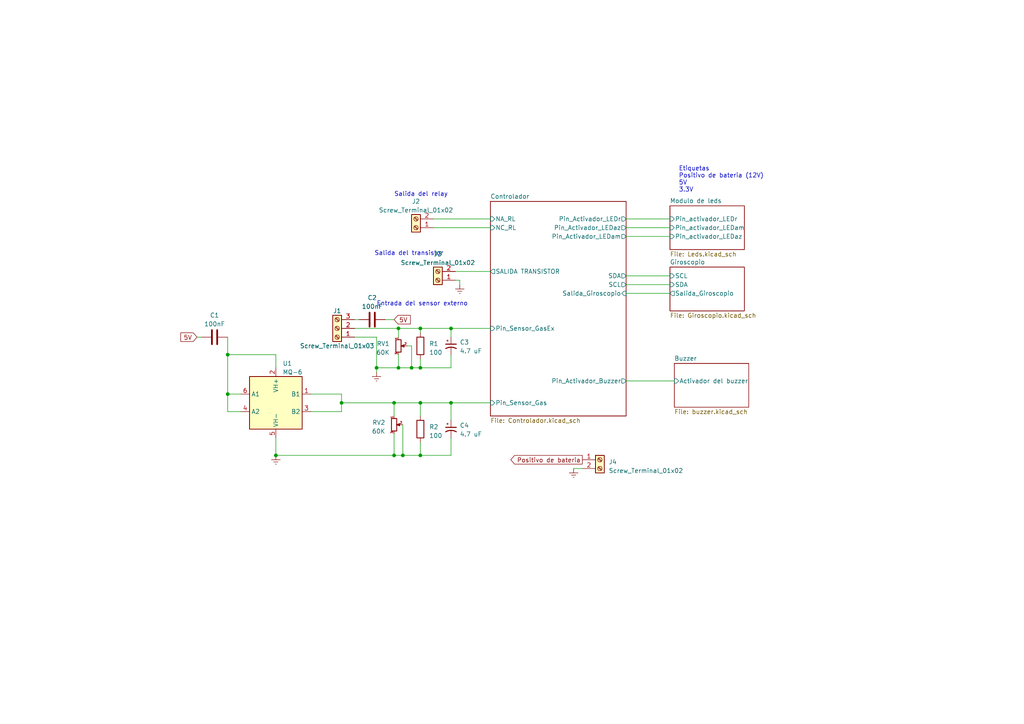
<source format=kicad_sch>
(kicad_sch (version 20230121) (generator eeschema)
  (paper "A4")
  (lib_symbols
    (symbol "Connector:Screw_Terminal_01x02" (pin_names (offset 1.016) hide)
      (property "Reference" "J" (at 0 2.54 0))
      (property "Value" "Screw_Terminal_01x02" (at 0 -5.08 0))
      (symbol "Screw_Terminal_01x02_1_1"
        (rectangle (start -1.27 1.27) (end 1.27 -3.81) (stroke (width 0.254)) (fill (type background)))
        (circle (center 0 -2.54) (radius 0.635) (stroke (width 0.1524)))
        (polyline (pts (xy -0.5334 -2.2098) (xy 0.3302 -3.048)) (stroke (width 0.1524)))
        (polyline (pts (xy -0.5334 0.3302) (xy 0.3302 -0.508)) (stroke (width 0.1524)))
        (polyline (pts (xy -0.3556 -2.032) (xy 0.508 -2.8702)) (stroke (width 0.1524)))
        (polyline (pts (xy -0.3556 0.508) (xy 0.508 -0.3302)) (stroke (width 0.1524)))
        (circle (center 0 0) (radius 0.635) (stroke (width 0.1524)))
        (pin passive line (at -5.08 0 0) (length 3.81) (name "Pin_1") (number "1"))
        (pin passive line (at -5.08 -2.54 0) (length 3.81) (name "Pin_2") (number "2"))
      )
    )
    (symbol "Connector:Screw_Terminal_01x03" (pin_names (offset 1.016) hide)
      (property "Reference" "J" (at 0 5.08 0))
      (property "Value" "Screw_Terminal_01x03" (at 0 -5.08 0))
      (symbol "Screw_Terminal_01x03_1_1"
        (rectangle (start -1.27 3.81) (end 1.27 -3.81) (stroke (width 0.254)) (fill (type background)))
        (circle (center 0 -2.54) (radius 0.635) (stroke (width 0.1524)))
        (polyline (pts (xy -0.5334 -2.2098) (xy 0.3302 -3.048)) (stroke (width 0.1524)))
        (polyline (pts (xy -0.5334 0.3302) (xy 0.3302 -0.508)) (stroke (width 0.1524)))
        (polyline (pts (xy -0.5334 2.8702) (xy 0.3302 2.032)) (stroke (width 0.1524)))
        (polyline (pts (xy -0.3556 -2.032) (xy 0.508 -2.8702)) (stroke (width 0.1524)))
        (polyline (pts (xy -0.3556 0.508) (xy 0.508 -0.3302)) (stroke (width 0.1524)))
        (polyline (pts (xy -0.3556 3.048) (xy 0.508 2.2098)) (stroke (width 0.1524)))
        (circle (center 0 0) (radius 0.635) (stroke (width 0.1524)))
        (circle (center 0 2.54) (radius 0.635) (stroke (width 0.1524)))
        (pin passive line (at -5.08 2.54 0) (length 3.81) (name "Pin_1") (number "1"))
        (pin passive line (at -5.08 0 0) (length 3.81) (name "Pin_2") (number "2"))
        (pin passive line (at -5.08 -2.54 0) (length 3.81) (name "Pin_3") (number "3"))
      )
    )
    (symbol "Device:C" (pin_numbers hide) (pin_names (offset 0.254))
      (property "Reference" "C" (at 0.635 2.54 0))
      (property "Value" "C" (at 0.635 -2.54 0))
      (symbol "C_0_1"
        (polyline (pts (xy -2.032 -0.762) (xy 2.032 -0.762)) (stroke (width 0.508)))
        (polyline (pts (xy -2.032 0.762) (xy 2.032 0.762)) (stroke (width 0.508)))
      )
      (symbol "C_1_1"
        (pin passive line (at 0 3.81 270) (length 2.794) (name "~") (number "1"))
        (pin passive line (at 0 -3.81 90) (length 2.794) (name "~") (number "2"))
      )
    )
    (symbol "Device:C_Polarized_Small_US" (pin_numbers hide) (pin_names (offset 0.254) hide)
      (property "Reference" "C" (at 0.254 1.778 0))
      (property "Value" "C_Polarized_Small_US" (at 0.254 -2.032 0))
      (symbol "C_Polarized_Small_US_0_1"
        (polyline (pts (xy -1.524 0.508) (xy 1.524 0.508)) (stroke (width 0.3048)))
        (polyline (pts (xy -1.27 1.524) (xy -0.762 1.524)))
        (polyline (pts (xy -1.016 1.27) (xy -1.016 1.778)))
        (arc (start 1.524 -0.762) (mid 0 -0.3734) (end -1.524 -0.762) (stroke (width 0.3048)))
      )
      (symbol "C_Polarized_Small_US_1_1"
        (pin passive line (at 0 2.54 270) (length 2.032) (name "~") (number "1"))
        (pin passive line (at 0 -2.54 90) (length 2.032) (name "~") (number "2"))
      )
    )
    (symbol "Device:R" (pin_numbers hide) (pin_names (offset 0))
      (property "Reference" "R" (at 2.032 0 90))
      (property "Value" "R" (at 0 0 90))
      (symbol "R_0_1"
        (rectangle (start -1.016 -2.54) (end 1.016 2.54) (stroke (width 0.254)))
      )
      (symbol "R_1_1"
        (pin passive line (at 0 3.81 270) (length 1.27) (name "~") (number "1"))
        (pin passive line (at 0 -3.81 90) (length 1.27) (name "~") (number "2"))
      )
    )
    (symbol "Device:R_Potentiometer_Small" (pin_names (offset 1.016) hide)
      (property "Reference" "RV" (at -4.445 0 90))
      (property "Value" "R_Potentiometer_Small" (at -2.54 0 90))
      (symbol "R_Potentiometer_Small_0_1"
        (polyline (pts (xy 0.889 0) (xy 0.635 0) (xy 1.651 0.381) (xy 1.651 -0.381) (xy 0.635 0) (xy 0.889 0)) (fill (type outline)))
        (rectangle (start 0.762 1.8034) (end -0.762 -1.8034) (stroke (width 0.254)))
      )
      (symbol "R_Potentiometer_Small_1_1"
        (pin passive line (at 0 2.54 270) (length 0.635) (name "1") (number "1"))
        (pin passive line (at 2.54 0 180) (length 0.9906) (name "2") (number "2"))
        (pin passive line (at 0 -2.54 90) (length 0.635) (name "3") (number "3"))
      )
    )
    (symbol "Sensor_Gas:MQ-6"
      (property "Reference" "U" (at -6.35 8.89 0))
      (property "Value" "MQ-6" (at 3.81 8.89 0))
      (symbol "MQ-6_0_1"
        (rectangle (start -7.62 7.62) (end 7.62 -7.62) (stroke (width 0.254)) (fill (type background)))
      )
      (symbol "MQ-6_1_1"
        (pin passive line (at 10.16 2.54 180) (length 2.54) (name "B1") (number "1"))
        (pin power_in line (at 0 10.16 270) (length 2.54) (name "VH+") (number "2"))
        (pin passive line (at 10.16 -2.54 180) (length 2.54) (name "B2") (number "3"))
        (pin passive line (at -10.16 -2.54 0) (length 2.54) (name "A2") (number "4"))
        (pin power_in line (at 0 -10.16 90) (length 2.54) (name "VH-") (number "5"))
        (pin passive line (at -10.16 2.54 0) (length 2.54) (name "A1") (number "6"))
      )
    )
    (symbol "power:Earth" (power) (pin_names (offset 0))
      (symbol "Earth_0_1"
        (polyline (pts (xy -0.635 -1.905) (xy 0.635 -1.905)))
        (polyline (pts (xy -0.127 -2.54) (xy 0.127 -2.54)))
        (polyline (pts (xy 0 -1.27) (xy 0 0)))
        (polyline (pts (xy 1.27 -1.27) (xy -1.27 -1.27)))
      )
      (symbol "Earth_1_1"
        (pin power_in line (at 0 0 270) (length 0) hide (name "Earth") (number "1"))
      )
    )
  )
  (junction (at 130.81 95.25))
  (junction (at 80.01 132.08))
  (junction (at 114.3 116.84))
  (junction (at 121.92 106.68))
  (junction (at 115.57 95.25))
  (junction (at 114.3 132.08))
  (junction (at 66.04 102.87))
  (junction (at 121.92 116.84))
  (junction (at 99.06 116.84))
  (junction (at 121.92 95.25))
  (junction (at 119.38 106.68))
  (junction (at 130.81 116.84))
  (junction (at 121.92 132.08))
  (junction (at 66.04 114.3))
  (junction (at 109.22 106.68))
  (junction (at 116.84 132.08))
  (junction (at 115.57 106.68))
  (wire (pts (xy 115.57 95.25) (xy 121.92 95.25)))
  (wire (pts (xy 119.38 100.33) (xy 119.38 106.68)))
  (wire (pts (xy 166.37 135.89) (xy 168.91 135.89)))
  (wire (pts (xy 90.17 114.3) (xy 99.06 114.3)))
  (wire (pts (xy 80.01 127) (xy 80.01 132.08)))
  (wire (pts (xy 130.81 106.68) (xy 121.92 106.68)))
  (wire (pts (xy 130.81 102.87) (xy 130.81 106.68)))
  (wire (pts (xy 66.04 114.3) (xy 69.85 114.3)))
  (wire (pts (xy 115.57 106.68) (xy 109.22 106.68)))
  (wire (pts (xy 125.73 66.04) (xy 142.24 66.04)))
  (wire (pts (xy 116.84 132.08) (xy 121.92 132.08)))
  (wire (pts (xy 121.92 120.65) (xy 121.92 116.84)))
  (wire (pts (xy 80.01 132.08) (xy 114.3 132.08)))
  (wire (pts (xy 90.17 119.38) (xy 99.06 119.38)))
  (wire (pts (xy 121.92 106.68) (xy 119.38 106.68)))
  (wire (pts (xy 102.87 92.71) (xy 104.14 92.71)))
  (wire (pts (xy 130.81 116.84) (xy 142.24 116.84)))
  (wire (pts (xy 114.3 116.84) (xy 99.06 116.84)))
  (wire (pts (xy 66.04 114.3) (xy 66.04 119.38)))
  (wire (pts (xy 121.92 95.25) (xy 130.81 95.25)))
  (wire (pts (xy 181.61 82.55) (xy 194.31 82.55)))
  (wire (pts (xy 130.81 121.92) (xy 130.81 116.84)))
  (wire (pts (xy 181.61 66.04) (xy 194.31 66.04)))
  (wire (pts (xy 109.22 97.79) (xy 109.22 106.68)))
  (wire (pts (xy 109.22 97.79) (xy 102.87 97.79)))
  (wire (pts (xy 119.38 106.68) (xy 115.57 106.68)))
  (wire (pts (xy 66.04 119.38) (xy 69.85 119.38)))
  (wire (pts (xy 80.01 102.87) (xy 66.04 102.87)))
  (wire (pts (xy 111.76 92.71) (xy 114.3 92.71)))
  (wire (pts (xy 130.81 95.25) (xy 142.24 95.25)))
  (wire (pts (xy 57.15 97.79) (xy 58.42 97.79)))
  (wire (pts (xy 80.01 106.68) (xy 80.01 102.87)))
  (wire (pts (xy 116.84 123.19) (xy 116.84 132.08)))
  (wire (pts (xy 181.61 85.09) (xy 194.31 85.09)))
  (wire (pts (xy 102.87 95.25) (xy 115.57 95.25)))
  (wire (pts (xy 181.61 80.01) (xy 194.31 80.01)))
  (wire (pts (xy 121.92 95.25) (xy 121.92 96.52)))
  (wire (pts (xy 115.57 95.25) (xy 115.57 97.79)))
  (wire (pts (xy 130.81 127) (xy 130.81 132.08)))
  (wire (pts (xy 121.92 116.84) (xy 114.3 116.84)))
  (wire (pts (xy 130.81 95.25) (xy 130.81 97.79)))
  (wire (pts (xy 181.61 110.49) (xy 195.58 110.49)))
  (wire (pts (xy 132.08 81.28) (xy 133.35 81.28)))
  (wire (pts (xy 181.61 63.5) (xy 194.31 63.5)))
  (wire (pts (xy 99.06 114.3) (xy 99.06 116.84)))
  (wire (pts (xy 109.22 106.68) (xy 109.22 107.95)))
  (wire (pts (xy 114.3 116.84) (xy 114.3 120.65)))
  (wire (pts (xy 66.04 97.79) (xy 66.04 102.87)))
  (wire (pts (xy 130.81 116.84) (xy 121.92 116.84)))
  (wire (pts (xy 114.3 125.73) (xy 114.3 132.08)))
  (wire (pts (xy 121.92 128.27) (xy 121.92 132.08)))
  (wire (pts (xy 116.84 132.08) (xy 114.3 132.08)))
  (wire (pts (xy 118.11 100.33) (xy 119.38 100.33)))
  (wire (pts (xy 99.06 119.38) (xy 99.06 116.84)))
  (wire (pts (xy 181.61 68.58) (xy 194.31 68.58)))
  (wire (pts (xy 133.35 81.28) (xy 133.35 82.55)))
  (wire (pts (xy 130.81 132.08) (xy 121.92 132.08)))
  (wire (pts (xy 115.57 102.87) (xy 115.57 106.68)))
  (wire (pts (xy 121.92 104.14) (xy 121.92 106.68)))
  (wire (pts (xy 66.04 102.87) (xy 66.04 114.3)))
  (wire (pts (xy 132.08 78.74) (xy 142.24 78.74)))
  (wire (pts (xy 125.73 63.5) (xy 142.24 63.5)))
  (text "Etiquetas\nPositivo de bateria (12V)\n5V\n3.3V\n" (at 196.85 55.88 0) (effects (font (size 1.27 1.27)) (justify left bottom)))
  (text "Salida del relay" (at 114.3 57.15 0) (effects (font (size 1.27 1.27)) (justify left bottom)))
  (text "Entrada del sensor externo\n" (at 109.22 88.9 0) (effects (font (size 1.27 1.27)) (justify left bottom)))
  (text "Salida del transistor" (at 108.585 74.295 0) (effects (font (size 1.27 1.27)) (justify left bottom)))
  (global_label "5V" (shape input) (at 114.3 92.71 0) (property "Intersheetrefs" "${INTERSHEET_REFS}" (effects hide)))
  (global_label "Positivo de bateria" (shape output) (at 168.91 133.35 180) (property "Intersheetrefs" "${INTERSHEET_REFS}" (effects hide)))
  (global_label "5V" (shape input) (at 57.15 97.79 180) (property "Intersheetrefs" "${INTERSHEET_REFS}" (effects hide)))
  (symbol (lib_id "Device:C_Polarized_Small_US") (at 130.81 124.46 0) (unit 1)
    (property "Reference" "C4" (at 133.35 123.3932 0) (effects (justify left)))
    (property "Value" "4.7 uF" (at 133.35 125.9332 0) (effects (justify left)))
    (property "Footprint" "Capacitor_SMD:CP_Elec_6.3x7.7" (effects hide))
  )
  (symbol (lib_id "power:Earth") (at 166.37 135.89 0) (unit 1)
    (property "Reference" "#PWR03" (effects hide))
    (property "Value" "Earth" (effects hide))
  )
  (symbol (lib_id "Device:C") (at 62.23 97.79 270) (unit 1)
    (property "Reference" "C1" (at 62.23 91.44 90))
    (property "Value" "100nF" (at 62.23 93.98 90))
    (property "Footprint" "Capacitor_SMD:C_0603_1608Metric_Pad1.08x0.95mm_HandSolder" (effects hide))
  )
  (symbol (lib_id "power:Earth") (at 133.35 82.55 0) (unit 1)
    (property "Reference" "#PWR014" (effects hide))
    (property "Value" "Earth" (effects hide))
  )
  (symbol (lib_id "power:Earth") (at 80.01 132.08 0) (unit 1)
    (property "Reference" "#PWR01" (effects hide))
    (property "Value" "Earth" (effects hide))
  )
  (symbol (lib_id "power:Earth") (at 109.22 107.95 0) (unit 1)
    (property "Reference" "#PWR02" (effects hide))
    (property "Value" "Earth" (effects hide))
  )
  (symbol (lib_id "Sensor_Gas:MQ-6") (at 80.01 116.84 0) (unit 1)
    (property "Reference" "U1" (at 81.9659 105.41 0) (effects (justify left)))
    (property "Value" "MQ-6" (at 81.9659 107.95 0) (effects (justify left)))
    (property "Footprint" "Sensor:MQ-6" (effects hide))
    (property "Datasheet" "https://www.winsen-sensor.com/d/files/semiconductor/mq-6.pdf" (effects hide))
  )
  (symbol (lib_id "Device:R_Potentiometer_Small") (at 115.57 100.33 0) (unit 1)
    (property "Reference" "RV1" (at 113.03 99.695 0) (effects (justify right)))
    (property "Value" "60K" (at 113.03 102.235 0) (effects (justify right)))
    (property "Footprint" "Potentiometer_THT:Potentiometer_ACP_CA6-H2,5_Horizontal" (effects hide))
  )
  (symbol (lib_id "Device:C") (at 107.95 92.71 270) (unit 1)
    (property "Reference" "C2" (at 107.95 86.36 90))
    (property "Value" "100nF" (at 107.95 88.9 90))
    (property "Footprint" "Capacitor_SMD:C_0603_1608Metric" (effects hide))
  )
  (symbol (lib_id "Device:R") (at 121.92 100.33 0) (unit 1)
    (property "Reference" "R1" (at 124.46 99.695 0) (effects (justify left)))
    (property "Value" "100" (at 124.46 102.235 0) (effects (justify left)))
    (property "Footprint" "Resistor_SMD:R_0603_1608Metric" (effects hide))
  )
  (symbol (lib_id "Device:C_Polarized_Small_US") (at 130.81 100.33 0) (unit 1)
    (property "Reference" "C3" (at 133.35 99.2632 0) (effects (justify left)))
    (property "Value" "4.7 uF" (at 133.35 101.8032 0) (effects (justify left)))
    (property "Footprint" "Capacitor_SMD:CP_Elec_6.3x7.7" (effects hide))
  )
  (symbol (lib_id "Connector:Screw_Terminal_01x02") (at 173.99 133.35 0) (unit 1)
    (property "Reference" "J4" (at 176.53 133.985 0) (effects (justify left)))
    (property "Value" "Screw_Terminal_01x02" (at 176.53 136.525 0) (effects (justify left)))
    (property "Footprint" "TerminalBlock_MetzConnect:TerminalBlock_MetzConnect_Type011_RT05502HBWC_1x02_P5.00mm_Horizontal" (effects hide))
  )
  (symbol (lib_id "Connector:Screw_Terminal_01x02") (at 120.65 66.04 180) (unit 1)
    (property "Reference" "J2" (at 120.65 58.42 0))
    (property "Value" "Screw_Terminal_01x02" (at 120.65 60.96 0))
    (property "Footprint" "TerminalBlock_MetzConnect:TerminalBlock_MetzConnect_Type011_RT05502HBWC_1x02_P5.00mm_Horizontal" (effects hide))
  )
  (symbol (lib_id "Connector:Screw_Terminal_01x03") (at 97.79 95.25 180) (unit 1)
    (property "Reference" "J1" (at 97.79 90.17 0))
    (property "Value" "Screw_Terminal_01x03" (at 97.79 100.33 0))
    (property "Footprint" "TerminalBlock_MetzConnect:TerminalBlock_MetzConnect_Type011_RT05503HBWC_1x03_P5.00mm_Horizontal" (effects hide))
  )
  (symbol (lib_id "Device:R_Potentiometer_Small") (at 114.3 123.19 0) (unit 1)
    (property "Reference" "RV2" (at 111.76 122.555 0) (effects (justify right)))
    (property "Value" "60K" (at 111.76 125.095 0) (effects (justify right)))
    (property "Footprint" "Potentiometer_THT:Potentiometer_ACP_CA6-H2,5_Horizontal" (effects hide))
  )
  (symbol (lib_id "Device:R") (at 121.92 124.46 0) (unit 1)
    (property "Reference" "R2" (at 124.46 123.825 0) (effects (justify left)))
    (property "Value" "100" (at 124.46 126.365 0) (effects (justify left)))
    (property "Footprint" "Resistor_SMD:R_0603_1608Metric" (effects hide))
  )
  (symbol (lib_id "Connector:Screw_Terminal_01x02") (at 127 81.28 180) (unit 1)
    (property "Reference" "J3" (at 127 73.66 0))
    (property "Value" "Screw_Terminal_01x02" (at 127 76.2 0))
    (property "Footprint" "TerminalBlock_MetzConnect:TerminalBlock_MetzConnect_Type011_RT05502HBWC_1x02_P5.00mm_Horizontal" (effects hide))
  )
  (sheet (at 195.58 105.41) (size 21.59 12.7) (stroke (width 0.1524))
    (property "Sheetname" "Buzzer" (at 195.58 104.6984 0) (effects (justify left bottom)))
    (property "Sheetfile" "buzzer.kicad_sch" (at 195.58 118.6946 0) (effects (justify left top)))
    (pin "Activador del buzzer" input (at 195.58 110.49 180))
  )
  (sheet (at 142.24 58.42) (size 39.37 62.23) (stroke (width 0.1524))
    (property "Sheetname" "Controlador" (at 142.24 57.7084 0) (effects (justify left bottom)))
    (property "Sheetfile" "Controlador.kicad_sch" (at 142.24 121.2346 0) (effects (justify left top)))
    (pin "SALIDA TRANSISTOR" output (at 142.24 78.74 180))
    (pin "Pin_Sensor_Gas" input (at 142.24 116.84 180))
    (pin "Pin_Activador_Buzzer" output (at 181.61 110.49 0))
    (pin "Pin_Activador_LEDr" output (at 181.61 63.5 0))
    (pin "Pin_Sensor_GasEx" input (at 142.24 95.25 180))
    (pin "Pin_Activador_LEDaz" output (at 181.61 66.04 0))
    (pin "Pin_Activador_LEDam" output (at 181.61 68.58 0))
    (pin "NA_RL" input (at 142.24 63.5 180))
    (pin "SDA" output (at 181.61 80.01 0))
    (pin "SCL" output (at 181.61 82.55 0))
    (pin "Salida_Giroscopio" input (at 181.61 85.09 0))
    (pin "NC_RL" input (at 142.24 66.04 180))
  )
  (sheet (at 194.31 59.69) (size 21.59 12.7) (stroke (width 0.1524))
    (property "Sheetname" "Modulo de leds" (at 194.31 58.9784 0) (effects (justify left bottom)))
    (property "Sheetfile" "Leds.kicad_sch" (at 194.31 72.9746 0) (effects (justify left top)))
    (pin "Pin_activador_LEDr" input (at 194.31 63.5 180))
    (pin "Pin_activador_LEDam" input (at 194.31 66.04 180))
    (pin "Pin_activador_LEDaz" input (at 194.31 68.58 180))
  )
  (sheet (at 194.31 77.47) (size 21.59 12.7) (stroke (width 0.1524))
    (property "Sheetname" "Giroscopio" (at 194.31 76.7584 0) (effects (justify left bottom)))
    (property "Sheetfile" "Giroscopio.kicad_sch" (at 194.31 90.7546 0) (effects (justify left top)))
    (pin "SCL" input (at 194.31 80.01 180))
    (pin "SDA" input (at 194.31 82.55 180))
    (pin "Salida_Giroscopio" output (at 194.31 85.09 180))
  )
)
</source>
